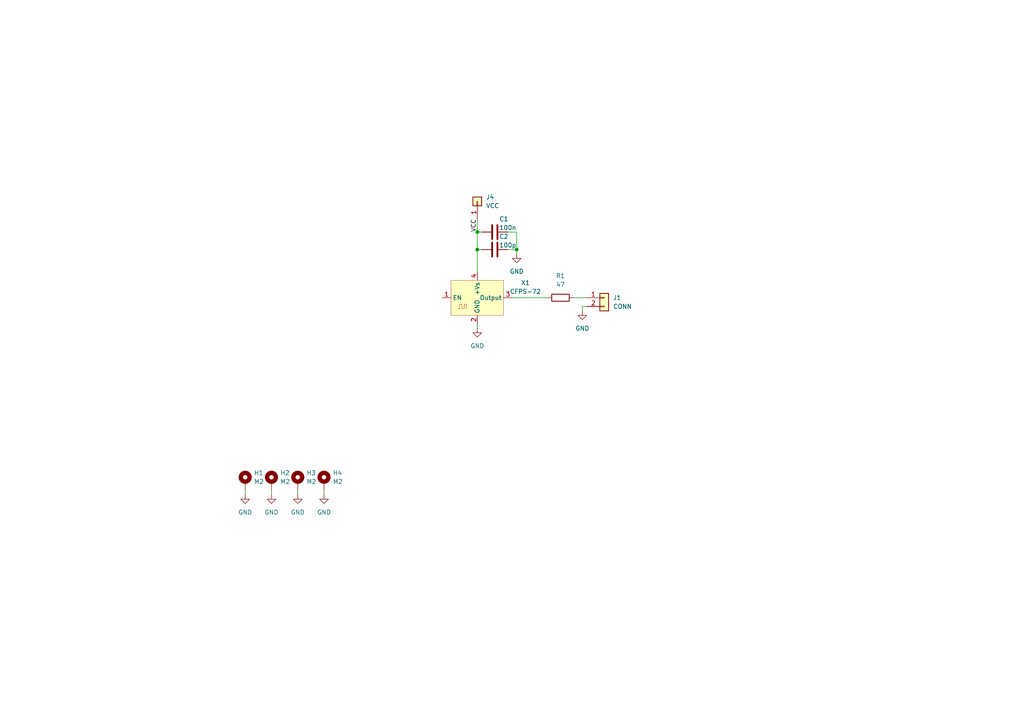
<source format=kicad_sch>
(kicad_sch (version 20211123) (generator eeschema)
  (paper "A4")
  (title_block (title "018-Crystal Oscillator") (date "2022-11-28") (rev "1") (company "Halidelabs") (comment 1 "contact@halidelabs.eu") (comment 2 "CFPS-72-x") (comment 3 "IQD FREQUENCY PRODUCTS"))
  (lib_symbols
    (symbol "Connector_Generic:Conn_01x01" (pin_names (offset 1.016) hide)
      (property "Reference" "J" (at 0 2.54 0))
      (property "Value" "Conn_01x01" (at 0 -2.54 0))
      (symbol "Conn_01x01_1_1"
        (rectangle (start -1.27 0.127) (end 0 -0.127) (stroke (width 0.1524)))
        (rectangle (start -1.27 1.27) (end 1.27 -1.27) (stroke (width 0.254)) (fill (type background)))
        (pin passive line (at -5.08 0 0) (length 3.81) (name "Pin_1") (number "1"))
      )
    )
    (symbol "Connector_Generic:Conn_01x02" (pin_names (offset 1.016) hide)
      (property "Reference" "J" (at 0 2.54 0))
      (property "Value" "Conn_01x02" (at 0 -5.08 0))
      (symbol "Conn_01x02_1_1"
        (rectangle (start -1.27 -2.413) (end 0 -2.667) (stroke (width 0.1524)))
        (rectangle (start -1.27 0.127) (end 0 -0.127) (stroke (width 0.1524)))
        (rectangle (start -1.27 1.27) (end 1.27 -3.81) (stroke (width 0.254)) (fill (type background)))
        (pin passive line (at -5.08 0 0) (length 3.81) (name "Pin_1") (number "1"))
        (pin passive line (at -5.08 -2.54 0) (length 3.81) (name "Pin_2") (number "2"))
      )
    )
    (symbol "Device:C" (pin_numbers hide) (pin_names (offset 0.254))
      (property "Reference" "C" (at 0.635 2.54 0))
      (property "Value" "C" (at 0.635 -2.54 0))
      (symbol "C_0_1"
        (polyline (pts (xy -2.032 -0.762) (xy 2.032 -0.762)) (stroke (width 0.508)))
        (polyline (pts (xy -2.032 0.762) (xy 2.032 0.762)) (stroke (width 0.508)))
      )
      (symbol "C_1_1"
        (pin passive line (at 0 3.81 270) (length 2.794) (name "~") (number "1"))
        (pin passive line (at 0 -3.81 90) (length 2.794) (name "~") (number "2"))
      )
    )
    (symbol "Device:R" (pin_numbers hide) (pin_names (offset 0))
      (property "Reference" "R" (at 2.032 0 90))
      (property "Value" "R" (at 0 0 90))
      (symbol "R_0_1"
        (rectangle (start -1.016 -2.54) (end 1.016 2.54) (stroke (width 0.254)))
      )
      (symbol "R_1_1"
        (pin passive line (at 0 3.81 270) (length 1.27) (name "~") (number "1"))
        (pin passive line (at 0 -3.81 90) (length 1.27) (name "~") (number "2"))
      )
    )
    (symbol "Mechanical:MountingHole_Pad" (pin_numbers hide) (pin_names (offset 1.016) hide)
      (property "Reference" "H" (at 0 6.35 0))
      (property "Value" "MountingHole_Pad" (at 0 4.445 0))
      (symbol "MountingHole_Pad_0_1"
        (circle (center 0 1.27) (radius 1.27) (stroke (width 1.27)))
      )
      (symbol "MountingHole_Pad_1_1"
        (pin input line (at 0 -2.54 90) (length 2.54) (name "1") (number "1"))
      )
    )
    (symbol "Oscillator:CFPS-72"
      (property "Reference" "X" (at -6.35 6.35 0))
      (property "Value" "CFPS-72" (at 6.35 6.35 0))
      (symbol "CFPS-72_0_1"
        (rectangle (start -7.62 5.08) (end 7.62 -5.08) (stroke (width 0.001)) (fill (type background)))
        (polyline (pts (xy -5.715 -3.175) (xy -5.08 -3.175) (xy -5.08 -1.905) (xy -4.445 -1.905) (xy -4.445 -3.175) (xy -3.81 -3.175) (xy -3.81 -1.905) (xy -3.175 -1.905) (xy -3.175 -3.175)) (stroke (width 0.0006)))
      )
      (symbol "CFPS-72_1_1"
        (pin input line (at -10.16 0 0) (length 2.54) (name "EN") (number "1"))
        (pin power_in line (at 0 -7.62 90) (length 2.54) (name "GND") (number "2"))
        (pin output line (at 10.16 0 180) (length 2.54) (name "Output") (number "3"))
        (pin power_in line (at 0 7.62 270) (length 2.54) (name "+Vs") (number "4"))
      )
    )
    (symbol "power:GND" (power) (pin_names (offset 0))
      (property "Value" "GND" (at 0 -3.81 0))
      (symbol "GND_0_1"
        (polyline (pts (xy 0 0) (xy 0 -1.27) (xy 1.27 -1.27) (xy 0 -2.54) (xy -1.27 -1.27) (xy 0 -1.27)))
      )
      (symbol "GND_1_1"
        (pin power_in line (at 0 0 270) (length 0) hide (name "GND") (number "1"))
      )
    )
  )
  (junction (at 138.43 72.39))
  (junction (at 149.86 72.39))
  (junction (at 138.43 67.31))
  (wire (pts (xy 93.98 142.24) (xy 93.98 143.51)))
  (wire (pts (xy 166.37 86.36) (xy 170.18 86.36)))
  (wire (pts (xy 86.36 142.24) (xy 86.36 143.51)))
  (wire (pts (xy 149.86 73.66) (xy 149.86 72.39)))
  (wire (pts (xy 138.43 72.39) (xy 138.43 78.74)))
  (wire (pts (xy 149.86 72.39) (xy 147.32 72.39)))
  (wire (pts (xy 149.86 72.39) (xy 149.86 67.31)))
  (wire (pts (xy 138.43 93.98) (xy 138.43 95.25)))
  (wire (pts (xy 138.43 72.39) (xy 139.7 72.39)))
  (wire (pts (xy 138.43 63.5) (xy 138.43 67.31)))
  (wire (pts (xy 168.91 90.17) (xy 168.91 88.9)))
  (wire (pts (xy 78.74 142.24) (xy 78.74 143.51)))
  (wire (pts (xy 138.43 67.31) (xy 138.43 72.39)))
  (wire (pts (xy 138.43 67.31) (xy 139.7 67.31)))
  (wire (pts (xy 149.86 67.31) (xy 147.32 67.31)))
  (wire (pts (xy 148.59 86.36) (xy 158.75 86.36)))
  (wire (pts (xy 168.91 88.9) (xy 170.18 88.9)))
  (wire (pts (xy 71.12 142.24) (xy 71.12 143.51)))
  (label "VCC" (at 138.43 67.31 90))
  (symbol (lib_id "power:GND") (at 71.12 143.51 0) (unit 1)
    (property "Reference" "#PWR0104" (effects hide))
    (property "Value" "GND" (at 71.12 148.59 0))
  )
  (symbol (lib_id "Mechanical:MountingHole_Pad") (at 71.12 139.7 0) (unit 1)
    (property "Reference" "H1" (at 73.66 137.1599 0) (effects (justify left)))
    (property "Value" "M2" (at 73.66 139.6999 0) (effects (justify left)))
    (property "Footprint" "modular-rf-bench-footprints:M2-hole" (effects hide))
  )
  (symbol (lib_id "Device:C") (at 143.51 72.39 90) (unit 1)
    (property "Reference" "C2" (at 144.78 68.58 90) (effects (justify right)))
    (property "Value" "100p" (at 144.78 71.12 90) (effects (justify right)))
    (property "Footprint" "Capacitor_SMD:C_0603_1608Metric" (effects hide))
  )
  (symbol (lib_id "power:GND") (at 149.86 73.66 0) (unit 1)
    (property "Reference" "#PWR02" (effects hide))
    (property "Value" "GND" (at 149.86 78.74 0))
  )
  (symbol (lib_id "power:GND") (at 93.98 143.51 0) (unit 1)
    (property "Reference" "#PWR0101" (effects hide))
    (property "Value" "GND" (at 93.98 148.59 0))
  )
  (symbol (lib_id "Connector_Generic:Conn_01x02") (at 175.26 86.36 0) (unit 1)
    (property "Reference" "J1" (at 177.8 86.3599 0) (effects (justify left)))
    (property "Value" "CONN" (at 177.8 88.8999 0) (effects (justify left)))
    (property "Footprint" "modular-rf-bench-footprints:edge-connector" (effects hide))
  )
  (symbol (lib_id "Device:C") (at 143.51 67.31 90) (unit 1)
    (property "Reference" "C1" (at 144.78 63.5 90) (effects (justify right)))
    (property "Value" "100n" (at 144.78 66.04 90) (effects (justify right)))
    (property "Footprint" "Capacitor_SMD:C_0603_1608Metric" (effects hide))
  )
  (symbol (lib_id "power:GND") (at 138.43 95.25 0) (unit 1)
    (property "Reference" "#PWR01" (effects hide))
    (property "Value" "GND" (at 138.43 100.33 0))
  )
  (symbol (lib_id "Mechanical:MountingHole_Pad") (at 78.74 139.7 0) (unit 1)
    (property "Reference" "H2" (at 81.28 137.1599 0) (effects (justify left)))
    (property "Value" "M2" (at 81.28 139.6999 0) (effects (justify left)))
    (property "Footprint" "modular-rf-bench-footprints:M2-hole" (effects hide))
  )
  (symbol (lib_id "Mechanical:MountingHole_Pad") (at 86.36 139.7 0) (unit 1)
    (property "Reference" "H3" (at 88.9 137.1599 0) (effects (justify left)))
    (property "Value" "M2" (at 88.9 139.6999 0) (effects (justify left)))
    (property "Footprint" "modular-rf-bench-footprints:M2-hole" (effects hide))
  )
  (symbol (lib_id "power:GND") (at 78.74 143.51 0) (unit 1)
    (property "Reference" "#PWR0103" (effects hide))
    (property "Value" "GND" (at 78.74 148.59 0))
  )
  (symbol (lib_id "Mechanical:MountingHole_Pad") (at 93.98 139.7 0) (unit 1)
    (property "Reference" "H4" (at 96.52 137.1599 0) (effects (justify left)))
    (property "Value" "M2" (at 96.52 139.6999 0) (effects (justify left)))
    (property "Footprint" "modular-rf-bench-footprints:M2-hole" (effects hide))
  )
  (symbol (lib_id "power:GND") (at 86.36 143.51 0) (unit 1)
    (property "Reference" "#PWR0102" (effects hide))
    (property "Value" "GND" (at 86.36 148.59 0))
  )
  (symbol (lib_id "Oscillator:CFPS-72") (at 138.43 86.36 0) (unit 1)
    (property "Reference" "X1" (at 152.4 82.0293 0))
    (property "Value" "CFPS-72" (at 152.4 84.5693 0))
    (property "Footprint" "Oscillator:Oscillator_SMD_IQD_IQXO70-4Pin_7.5x5.0mm" (effects hide))
    (property "Datasheet" "https://www.iqdfrequencyproducts.com/products/details/cfps-72-14-01.pdf" (effects hide))
  )
  (symbol (lib_id "power:GND") (at 168.91 90.17 0) (unit 1)
    (property "Reference" "#PWR0107" (effects hide))
    (property "Value" "GND" (at 168.91 95.25 0))
  )
  (symbol (lib_id "Device:R") (at 162.56 86.36 90) (unit 1)
    (property "Reference" "R1" (at 162.56 80.01 90))
    (property "Value" "47" (at 162.56 82.55 90))
    (property "Footprint" "Resistor_SMD:R_0603_1608Metric" (effects hide))
  )
  (symbol (lib_id "Connector_Generic:Conn_01x01") (at 138.43 58.42 90) (unit 1)
    (property "Reference" "J4" (at 140.97 57.1499 90) (effects (justify right)))
    (property "Value" "VCC" (at 140.97 59.6899 90) (effects (justify right)))
  )
)
</source>
